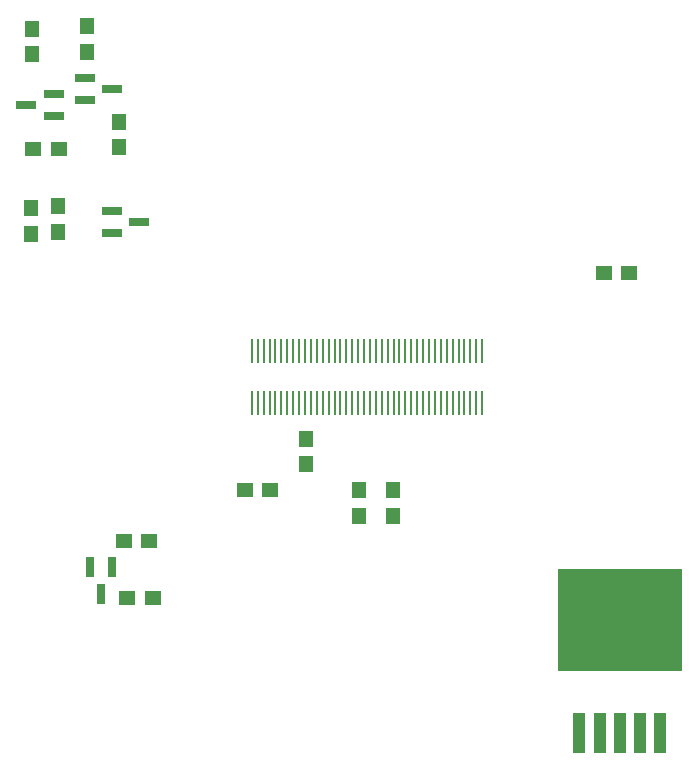
<source format=gtp>
%FSLAX24Y24*%
%MOIN*%
G70*
G01*
G75*
G04 Layer_Color=8421504*
%ADD10R,0.0650X0.0315*%
%ADD11R,0.0571X0.0512*%
%ADD12R,0.0512X0.0571*%
%ADD13R,0.0315X0.0650*%
%ADD14R,0.0079X0.0827*%
%ADD15R,0.4134X0.3386*%
%ADD16R,0.0433X0.1378*%
%ADD17C,0.0079*%
%ADD18C,0.0098*%
%ADD19C,0.0118*%
%ADD20C,0.0787*%
%ADD21C,0.1142*%
%ADD22R,0.0591X0.0591*%
%ADD23C,0.0591*%
%ADD24C,0.0984*%
%ADD25O,0.1004X0.0984*%
%ADD26C,0.0630*%
%ADD27C,0.0669*%
%ADD28C,0.0665*%
%ADD29R,0.0665X0.0665*%
%ADD30C,0.1874*%
%ADD31C,0.0512*%
%ADD32C,0.3307*%
%ADD33C,0.0236*%
%ADD34R,0.0472X0.0709*%
%ADD35R,0.0472X0.0650*%
%ADD36R,0.0512X0.0591*%
%ADD37O,0.0276X0.0984*%
%ADD38O,0.0984X0.0276*%
%ADD39C,0.0100*%
D10*
X19774Y42112D02*
D03*
Y42862D02*
D03*
X20694Y42492D02*
D03*
X18746Y42324D02*
D03*
Y41574D02*
D03*
X17826Y41944D02*
D03*
X20672Y37670D02*
D03*
Y38420D02*
D03*
X21592Y38050D02*
D03*
D11*
X18061Y40484D02*
D03*
X18907D02*
D03*
X21193Y25524D02*
D03*
X22039D02*
D03*
X21929Y27424D02*
D03*
X21083D02*
D03*
X25943Y29124D02*
D03*
X25097D02*
D03*
X37071Y36362D02*
D03*
X37917D02*
D03*
D12*
X20904Y41393D02*
D03*
Y40547D02*
D03*
X19838Y43727D02*
D03*
Y44573D02*
D03*
X18014Y44497D02*
D03*
Y43651D02*
D03*
X18868Y38575D02*
D03*
Y37729D02*
D03*
X17984Y38505D02*
D03*
Y37659D02*
D03*
X27138Y29967D02*
D03*
Y30813D02*
D03*
X30044Y28259D02*
D03*
Y29105D02*
D03*
X28904Y29107D02*
D03*
Y28261D02*
D03*
D13*
X19946Y26564D02*
D03*
X20696D02*
D03*
X20326Y25644D02*
D03*
D14*
X25342Y33762D02*
D03*
X25539D02*
D03*
X25735D02*
D03*
X25932D02*
D03*
X26129D02*
D03*
X26326D02*
D03*
X26523D02*
D03*
X26720D02*
D03*
X26917D02*
D03*
X27113D02*
D03*
X27310D02*
D03*
X27507D02*
D03*
X27704D02*
D03*
X27901D02*
D03*
X28098D02*
D03*
X28294D02*
D03*
X28491D02*
D03*
X28688D02*
D03*
X28885D02*
D03*
X29082D02*
D03*
X29279D02*
D03*
X29476D02*
D03*
X29672D02*
D03*
X29869D02*
D03*
X30066D02*
D03*
X30263D02*
D03*
X30460D02*
D03*
X30657D02*
D03*
X30854D02*
D03*
X31050D02*
D03*
X31247D02*
D03*
X31444D02*
D03*
X31641D02*
D03*
X31838D02*
D03*
X32035D02*
D03*
X32232D02*
D03*
X32428D02*
D03*
X32625D02*
D03*
X32822D02*
D03*
X33019D02*
D03*
X25342Y32009D02*
D03*
X25539D02*
D03*
X25735D02*
D03*
X25932D02*
D03*
X26129D02*
D03*
X26326D02*
D03*
X26523D02*
D03*
X26720D02*
D03*
X26917D02*
D03*
X27113D02*
D03*
X27310D02*
D03*
X27507D02*
D03*
X27704D02*
D03*
X27901D02*
D03*
X28098D02*
D03*
X28294D02*
D03*
X28491D02*
D03*
X28688D02*
D03*
X28885D02*
D03*
X29082D02*
D03*
X29279D02*
D03*
X29476D02*
D03*
X29672D02*
D03*
X29869D02*
D03*
X30066D02*
D03*
X30263D02*
D03*
X30460D02*
D03*
X30657D02*
D03*
X30854D02*
D03*
X31050D02*
D03*
X31247D02*
D03*
X31444D02*
D03*
X31641D02*
D03*
X31838D02*
D03*
X32035D02*
D03*
X32232D02*
D03*
X32428D02*
D03*
X32625D02*
D03*
X32822D02*
D03*
X33019D02*
D03*
D15*
X37600Y24778D02*
D03*
D16*
X38939Y21018D02*
D03*
X38269D02*
D03*
X37600D02*
D03*
X36931D02*
D03*
X36261D02*
D03*
M02*

</source>
